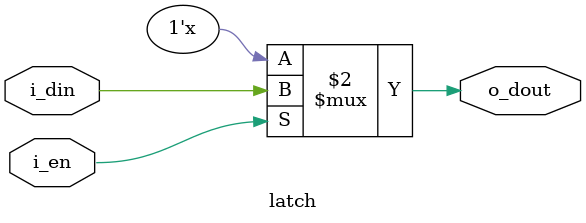
<source format=sv>

module latch (
    input           i_en,
    input           i_din,
    output reg      o_dout
);

    always @(i_din or i_en)
        if (i_en)
            o_dout <= i_din;


endmodule
</source>
